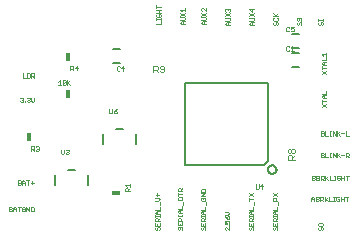
<source format=gto>
G75*
%MOIN*%
%OFA0B0*%
%FSLAX25Y25*%
%IPPOS*%
%LPD*%
%AMOC8*
5,1,8,0,0,1.08239X$1,22.5*
%
%ADD10C,0.00100*%
%ADD11R,0.01800X0.03000*%
%ADD12C,0.00600*%
%ADD13C,0.00200*%
%ADD14C,0.00800*%
%ADD15R,0.03000X0.01800*%
D10*
X0003183Y0011200D02*
X0003934Y0011200D01*
X0004184Y0011451D01*
X0004184Y0011701D01*
X0003934Y0011951D01*
X0003183Y0011951D01*
X0003183Y0011200D02*
X0003183Y0012702D01*
X0003934Y0012702D01*
X0004184Y0012451D01*
X0004184Y0012201D01*
X0003934Y0011951D01*
X0004657Y0011951D02*
X0005657Y0011951D01*
X0005657Y0012201D02*
X0005657Y0011200D01*
X0006630Y0011200D02*
X0006630Y0012702D01*
X0006130Y0012702D02*
X0007131Y0012702D01*
X0007603Y0012451D02*
X0007603Y0011451D01*
X0007853Y0011200D01*
X0008354Y0011200D01*
X0008604Y0011451D01*
X0008604Y0011951D01*
X0008103Y0011951D01*
X0007603Y0012451D02*
X0007853Y0012702D01*
X0008354Y0012702D01*
X0008604Y0012451D01*
X0009076Y0012702D02*
X0010077Y0011200D01*
X0010077Y0012702D01*
X0010550Y0012702D02*
X0011300Y0012702D01*
X0011550Y0012451D01*
X0011550Y0011451D01*
X0011300Y0011200D01*
X0010550Y0011200D01*
X0010550Y0012702D01*
X0009076Y0012702D02*
X0009076Y0011200D01*
X0005657Y0012201D02*
X0005157Y0012702D01*
X0004657Y0012201D01*
X0004657Y0011200D01*
X0006130Y0020000D02*
X0006880Y0020000D01*
X0007131Y0020251D01*
X0007131Y0020501D01*
X0006880Y0020751D01*
X0006130Y0020751D01*
X0006880Y0020751D02*
X0007131Y0021001D01*
X0007131Y0021251D01*
X0006880Y0021502D01*
X0006130Y0021502D01*
X0006130Y0020000D01*
X0007603Y0020000D02*
X0007603Y0021001D01*
X0008103Y0021502D01*
X0008604Y0021001D01*
X0008604Y0020000D01*
X0008604Y0020751D02*
X0007603Y0020751D01*
X0009076Y0021502D02*
X0010077Y0021502D01*
X0009577Y0021502D02*
X0009577Y0020000D01*
X0010550Y0020751D02*
X0011550Y0020751D01*
X0011050Y0021251D02*
X0011050Y0020251D01*
X0010727Y0031350D02*
X0010727Y0032851D01*
X0011478Y0032851D01*
X0011728Y0032601D01*
X0011728Y0032101D01*
X0011478Y0031850D01*
X0010727Y0031850D01*
X0011228Y0031850D02*
X0011728Y0031350D01*
X0012201Y0031600D02*
X0012451Y0031350D01*
X0012951Y0031350D01*
X0013202Y0031600D01*
X0013202Y0031850D01*
X0012951Y0032101D01*
X0012701Y0032101D01*
X0012951Y0032101D02*
X0013202Y0032351D01*
X0013202Y0032601D01*
X0012951Y0032851D01*
X0012451Y0032851D01*
X0012201Y0032601D01*
X0020674Y0031751D02*
X0020674Y0030500D01*
X0020924Y0030250D01*
X0021425Y0030250D01*
X0021675Y0030500D01*
X0021675Y0031751D01*
X0022147Y0031501D02*
X0022397Y0031751D01*
X0022898Y0031751D01*
X0023148Y0031501D01*
X0023148Y0031251D01*
X0022898Y0031001D01*
X0023148Y0030750D01*
X0023148Y0030500D01*
X0022898Y0030250D01*
X0022397Y0030250D01*
X0022147Y0030500D01*
X0022648Y0031001D02*
X0022898Y0031001D01*
X0036674Y0044100D02*
X0036924Y0043850D01*
X0037425Y0043850D01*
X0037675Y0044100D01*
X0037675Y0045351D01*
X0038147Y0044601D02*
X0038898Y0044601D01*
X0039148Y0044350D01*
X0039148Y0044100D01*
X0038898Y0043850D01*
X0038397Y0043850D01*
X0038147Y0044100D01*
X0038147Y0044601D01*
X0038648Y0045101D01*
X0039148Y0045351D01*
X0036674Y0045351D02*
X0036674Y0044100D01*
X0023621Y0053350D02*
X0022871Y0054101D01*
X0022621Y0053850D02*
X0023621Y0054851D01*
X0022621Y0054851D02*
X0022621Y0053350D01*
X0022148Y0053600D02*
X0021898Y0053350D01*
X0021397Y0053350D01*
X0021147Y0053600D01*
X0022148Y0054601D01*
X0022148Y0053600D01*
X0021147Y0053600D02*
X0021147Y0054601D01*
X0021397Y0054851D01*
X0021898Y0054851D01*
X0022148Y0054601D01*
X0020675Y0053350D02*
X0019674Y0053350D01*
X0020174Y0053350D02*
X0020174Y0054851D01*
X0019674Y0054351D01*
X0023727Y0058150D02*
X0023727Y0059651D01*
X0024478Y0059651D01*
X0024728Y0059401D01*
X0024728Y0058901D01*
X0024478Y0058650D01*
X0023727Y0058650D01*
X0024228Y0058650D02*
X0024728Y0058150D01*
X0025201Y0058901D02*
X0026202Y0058901D01*
X0025951Y0059651D02*
X0025201Y0058901D01*
X0025951Y0059651D02*
X0025951Y0058150D01*
X0039227Y0058350D02*
X0039478Y0058100D01*
X0039978Y0058100D01*
X0040228Y0058350D01*
X0040701Y0058851D02*
X0041702Y0058851D01*
X0041451Y0059601D02*
X0040701Y0058851D01*
X0040228Y0059351D02*
X0039978Y0059601D01*
X0039478Y0059601D01*
X0039227Y0059351D01*
X0039227Y0058350D01*
X0041451Y0058100D02*
X0041451Y0059601D01*
X0052423Y0073501D02*
X0053924Y0073501D01*
X0053924Y0074502D01*
X0053924Y0074974D02*
X0053924Y0075475D01*
X0053924Y0075225D02*
X0052423Y0075225D01*
X0052423Y0075475D02*
X0052423Y0074974D01*
X0052673Y0075957D02*
X0053674Y0075957D01*
X0053924Y0076207D01*
X0053924Y0076707D01*
X0053674Y0076957D01*
X0053174Y0076957D01*
X0053174Y0076457D01*
X0052673Y0075957D02*
X0052423Y0076207D01*
X0052423Y0076707D01*
X0052673Y0076957D01*
X0052423Y0077430D02*
X0053924Y0077430D01*
X0053174Y0077430D02*
X0053174Y0078431D01*
X0053924Y0078431D02*
X0052423Y0078431D01*
X0052423Y0078903D02*
X0052423Y0079904D01*
X0052423Y0079404D02*
X0053924Y0079404D01*
X0060423Y0078421D02*
X0061924Y0078421D01*
X0061924Y0077921D02*
X0061924Y0078922D01*
X0060924Y0077921D02*
X0060423Y0078421D01*
X0060423Y0077449D02*
X0061924Y0076448D01*
X0061674Y0075975D02*
X0060423Y0075975D01*
X0060423Y0076448D02*
X0061924Y0077449D01*
X0061674Y0075975D02*
X0061924Y0075725D01*
X0061924Y0075225D01*
X0061674Y0074974D01*
X0060423Y0074974D01*
X0060924Y0074502D02*
X0061924Y0074502D01*
X0061174Y0074502D02*
X0061174Y0073501D01*
X0060924Y0073501D02*
X0060423Y0074002D01*
X0060924Y0074502D01*
X0060924Y0073501D02*
X0061924Y0073501D01*
X0067423Y0074002D02*
X0067924Y0074502D01*
X0068924Y0074502D01*
X0068674Y0074974D02*
X0068924Y0075225D01*
X0068924Y0075725D01*
X0068674Y0075975D01*
X0067423Y0075975D01*
X0067423Y0076448D02*
X0068924Y0077449D01*
X0068924Y0077921D02*
X0067924Y0078922D01*
X0067673Y0078922D01*
X0067423Y0078672D01*
X0067423Y0078171D01*
X0067673Y0077921D01*
X0067423Y0077449D02*
X0068924Y0076448D01*
X0068924Y0077921D02*
X0068924Y0078922D01*
X0068674Y0074974D02*
X0067423Y0074974D01*
X0068174Y0074502D02*
X0068174Y0073501D01*
X0067924Y0073501D02*
X0067423Y0074002D01*
X0067924Y0073501D02*
X0068924Y0073501D01*
X0075423Y0073802D02*
X0075924Y0074302D01*
X0076924Y0074302D01*
X0076674Y0074774D02*
X0076924Y0075025D01*
X0076924Y0075525D01*
X0076674Y0075775D01*
X0075423Y0075775D01*
X0075423Y0076248D02*
X0076924Y0077249D01*
X0076674Y0077721D02*
X0076924Y0077971D01*
X0076924Y0078472D01*
X0076674Y0078722D01*
X0076424Y0078722D01*
X0076174Y0078472D01*
X0076174Y0078221D01*
X0076174Y0078472D02*
X0075924Y0078722D01*
X0075673Y0078722D01*
X0075423Y0078472D01*
X0075423Y0077971D01*
X0075673Y0077721D01*
X0075423Y0077249D02*
X0076924Y0076248D01*
X0076674Y0074774D02*
X0075423Y0074774D01*
X0076174Y0074302D02*
X0076174Y0073301D01*
X0075924Y0073301D02*
X0075423Y0073802D01*
X0075924Y0073301D02*
X0076924Y0073301D01*
X0083423Y0073802D02*
X0083924Y0074302D01*
X0084924Y0074302D01*
X0084674Y0074774D02*
X0084924Y0075025D01*
X0084924Y0075525D01*
X0084674Y0075775D01*
X0083423Y0075775D01*
X0083423Y0076248D02*
X0084924Y0077249D01*
X0084174Y0077721D02*
X0084174Y0078722D01*
X0084924Y0078472D02*
X0083423Y0078472D01*
X0084174Y0077721D01*
X0083423Y0077249D02*
X0084924Y0076248D01*
X0084674Y0074774D02*
X0083423Y0074774D01*
X0084174Y0074302D02*
X0084174Y0073301D01*
X0083924Y0073301D02*
X0083423Y0073802D01*
X0083924Y0073301D02*
X0084924Y0073301D01*
X0091423Y0073551D02*
X0091673Y0073301D01*
X0091924Y0073301D01*
X0092174Y0073551D01*
X0092174Y0074052D01*
X0092424Y0074302D01*
X0092674Y0074302D01*
X0092924Y0074052D01*
X0092924Y0073551D01*
X0092674Y0073301D01*
X0091423Y0073551D02*
X0091423Y0074052D01*
X0091673Y0074302D01*
X0091673Y0074774D02*
X0092674Y0074774D01*
X0092924Y0075025D01*
X0092924Y0075525D01*
X0092674Y0075775D01*
X0092424Y0076248D02*
X0091423Y0077249D01*
X0091423Y0076248D02*
X0092924Y0076248D01*
X0092174Y0076498D02*
X0092924Y0077249D01*
X0091673Y0075775D02*
X0091423Y0075525D01*
X0091423Y0075025D01*
X0091673Y0074774D01*
X0095774Y0072451D02*
X0095774Y0071450D01*
X0096024Y0071200D01*
X0096525Y0071200D01*
X0096775Y0071450D01*
X0097247Y0071450D02*
X0097497Y0071200D01*
X0097998Y0071200D01*
X0098248Y0071450D01*
X0098248Y0071951D01*
X0097998Y0072201D01*
X0097748Y0072201D01*
X0097247Y0071951D01*
X0097247Y0072701D01*
X0098248Y0072701D01*
X0099223Y0073551D02*
X0099473Y0073301D01*
X0099724Y0073301D01*
X0099974Y0073551D01*
X0099974Y0074052D01*
X0100224Y0074302D01*
X0100474Y0074302D01*
X0100724Y0074052D01*
X0100724Y0073551D01*
X0100474Y0073301D01*
X0099223Y0073551D02*
X0099223Y0074052D01*
X0099473Y0074302D01*
X0099473Y0074774D02*
X0099724Y0074774D01*
X0099974Y0075025D01*
X0099974Y0075525D01*
X0100224Y0075775D01*
X0100474Y0075775D01*
X0100724Y0075525D01*
X0100724Y0075025D01*
X0100474Y0074774D01*
X0099473Y0074774D02*
X0099223Y0075025D01*
X0099223Y0075525D01*
X0099473Y0075775D01*
X0096525Y0072701D02*
X0096024Y0072701D01*
X0095774Y0072451D01*
X0096525Y0072701D02*
X0096775Y0072451D01*
X0096525Y0066301D02*
X0096024Y0066301D01*
X0095774Y0066051D01*
X0095774Y0065050D01*
X0096024Y0064800D01*
X0096525Y0064800D01*
X0096775Y0065050D01*
X0097247Y0064800D02*
X0098248Y0064800D01*
X0097748Y0064800D02*
X0097748Y0066301D01*
X0097247Y0065801D01*
X0096775Y0066051D02*
X0096525Y0066301D01*
X0107623Y0063495D02*
X0109124Y0063495D01*
X0109124Y0063995D02*
X0109124Y0062994D01*
X0109124Y0062522D02*
X0109124Y0061521D01*
X0107623Y0061521D01*
X0108124Y0061049D02*
X0109124Y0061049D01*
X0108374Y0061049D02*
X0108374Y0060048D01*
X0108124Y0060048D02*
X0107623Y0060548D01*
X0108124Y0061049D01*
X0108124Y0060048D02*
X0109124Y0060048D01*
X0109124Y0059075D02*
X0107623Y0059075D01*
X0107623Y0059575D02*
X0107623Y0058574D01*
X0107623Y0058102D02*
X0109124Y0057101D01*
X0109124Y0058102D02*
X0107623Y0057101D01*
X0109124Y0051322D02*
X0109124Y0050321D01*
X0107623Y0050321D01*
X0108124Y0049849D02*
X0109124Y0049849D01*
X0108374Y0049849D02*
X0108374Y0048848D01*
X0108124Y0048848D02*
X0107623Y0049348D01*
X0108124Y0049849D01*
X0108124Y0048848D02*
X0109124Y0048848D01*
X0109124Y0047875D02*
X0107623Y0047875D01*
X0107623Y0048375D02*
X0107623Y0047374D01*
X0107623Y0046902D02*
X0109124Y0045901D01*
X0109124Y0046902D02*
X0107623Y0045901D01*
X0107952Y0037902D02*
X0108202Y0037651D01*
X0108202Y0037401D01*
X0107952Y0037151D01*
X0107201Y0037151D01*
X0107201Y0036400D02*
X0107952Y0036400D01*
X0108202Y0036651D01*
X0108202Y0036901D01*
X0107952Y0037151D01*
X0107952Y0037902D02*
X0107201Y0037902D01*
X0107201Y0036400D01*
X0108674Y0036400D02*
X0109675Y0036400D01*
X0110148Y0036400D02*
X0110648Y0036400D01*
X0110398Y0036400D02*
X0110398Y0037902D01*
X0110148Y0037902D02*
X0110648Y0037902D01*
X0111130Y0037902D02*
X0112131Y0036400D01*
X0112131Y0037902D01*
X0112603Y0037902D02*
X0112603Y0036400D01*
X0112603Y0036901D02*
X0113604Y0037902D01*
X0114076Y0037151D02*
X0115077Y0037151D01*
X0115550Y0036400D02*
X0116550Y0036400D01*
X0115550Y0036400D02*
X0115550Y0037902D01*
X0113604Y0036400D02*
X0112853Y0037151D01*
X0111130Y0036400D02*
X0111130Y0037902D01*
X0108674Y0037902D02*
X0108674Y0036400D01*
X0108674Y0030702D02*
X0108674Y0029200D01*
X0109675Y0029200D01*
X0110148Y0029200D02*
X0110648Y0029200D01*
X0110398Y0029200D02*
X0110398Y0030702D01*
X0110148Y0030702D02*
X0110648Y0030702D01*
X0111130Y0030702D02*
X0112131Y0029200D01*
X0112131Y0030702D01*
X0112603Y0030702D02*
X0112603Y0029200D01*
X0112603Y0029701D02*
X0113604Y0030702D01*
X0114076Y0029951D02*
X0115077Y0029951D01*
X0115550Y0029701D02*
X0116300Y0029701D01*
X0116550Y0029951D01*
X0116550Y0030451D01*
X0116300Y0030702D01*
X0115550Y0030702D01*
X0115550Y0029200D01*
X0116050Y0029701D02*
X0116550Y0029200D01*
X0113604Y0029200D02*
X0112853Y0029951D01*
X0111130Y0029200D02*
X0111130Y0030702D01*
X0108202Y0030451D02*
X0108202Y0030201D01*
X0107952Y0029951D01*
X0107201Y0029951D01*
X0107201Y0029200D02*
X0107952Y0029200D01*
X0108202Y0029451D01*
X0108202Y0029701D01*
X0107952Y0029951D01*
X0108202Y0030451D02*
X0107952Y0030702D01*
X0107201Y0030702D01*
X0107201Y0029200D01*
X0107201Y0023102D02*
X0107952Y0023102D01*
X0108202Y0022851D01*
X0108202Y0022351D01*
X0107952Y0022101D01*
X0107201Y0022101D01*
X0106729Y0022101D02*
X0106729Y0021851D01*
X0106478Y0021600D01*
X0105728Y0021600D01*
X0105728Y0023102D01*
X0106478Y0023102D01*
X0106729Y0022851D01*
X0106729Y0022601D01*
X0106478Y0022351D01*
X0105728Y0022351D01*
X0105255Y0022101D02*
X0105005Y0022351D01*
X0104255Y0022351D01*
X0105005Y0022351D02*
X0105255Y0022601D01*
X0105255Y0022851D01*
X0105005Y0023102D01*
X0104255Y0023102D01*
X0104255Y0021600D01*
X0105005Y0021600D01*
X0105255Y0021851D01*
X0105255Y0022101D01*
X0106478Y0022351D02*
X0106729Y0022101D01*
X0107201Y0021600D02*
X0107201Y0023102D01*
X0107702Y0022101D02*
X0108202Y0021600D01*
X0108674Y0021600D02*
X0108674Y0023102D01*
X0108925Y0022351D02*
X0109675Y0021600D01*
X0110148Y0021600D02*
X0110148Y0023102D01*
X0109675Y0023102D02*
X0108674Y0022101D01*
X0110148Y0021600D02*
X0111148Y0021600D01*
X0111621Y0021600D02*
X0112121Y0021600D01*
X0111871Y0021600D02*
X0111871Y0023102D01*
X0111621Y0023102D02*
X0112121Y0023102D01*
X0112603Y0022851D02*
X0112603Y0021851D01*
X0112853Y0021600D01*
X0113354Y0021600D01*
X0113604Y0021851D01*
X0113604Y0022351D01*
X0113103Y0022351D01*
X0112603Y0022851D02*
X0112853Y0023102D01*
X0113354Y0023102D01*
X0113604Y0022851D01*
X0114076Y0023102D02*
X0114076Y0021600D01*
X0114076Y0022351D02*
X0115077Y0022351D01*
X0115077Y0023102D02*
X0115077Y0021600D01*
X0116050Y0021600D02*
X0116050Y0023102D01*
X0115550Y0023102D02*
X0116550Y0023102D01*
X0116350Y0016102D02*
X0115350Y0016102D01*
X0114877Y0016102D02*
X0114877Y0014600D01*
X0114877Y0015351D02*
X0113876Y0015351D01*
X0113404Y0015351D02*
X0112903Y0015351D01*
X0113404Y0015351D02*
X0113404Y0014851D01*
X0113154Y0014600D01*
X0112653Y0014600D01*
X0112403Y0014851D01*
X0112403Y0015851D01*
X0112653Y0016102D01*
X0113154Y0016102D01*
X0113404Y0015851D01*
X0113876Y0016102D02*
X0113876Y0014600D01*
X0111921Y0014600D02*
X0111421Y0014600D01*
X0111671Y0014600D02*
X0111671Y0016102D01*
X0111421Y0016102D02*
X0111921Y0016102D01*
X0110948Y0014600D02*
X0109948Y0014600D01*
X0109948Y0016102D01*
X0109475Y0016102D02*
X0108474Y0015101D01*
X0108725Y0015351D02*
X0109475Y0014600D01*
X0108474Y0014600D02*
X0108474Y0016102D01*
X0108002Y0015851D02*
X0107752Y0016102D01*
X0107001Y0016102D01*
X0107001Y0014600D01*
X0107001Y0015101D02*
X0107752Y0015101D01*
X0108002Y0015351D01*
X0108002Y0015851D01*
X0107502Y0015101D02*
X0108002Y0014600D01*
X0106529Y0014851D02*
X0106278Y0014600D01*
X0105528Y0014600D01*
X0105528Y0016102D01*
X0106278Y0016102D01*
X0106529Y0015851D01*
X0106529Y0015601D01*
X0106278Y0015351D01*
X0105528Y0015351D01*
X0105055Y0015351D02*
X0104055Y0015351D01*
X0104055Y0015601D02*
X0104555Y0016102D01*
X0105055Y0015601D01*
X0105055Y0014600D01*
X0104055Y0014600D02*
X0104055Y0015601D01*
X0106278Y0015351D02*
X0106529Y0015101D01*
X0106529Y0014851D01*
X0106673Y0007375D02*
X0106423Y0007125D01*
X0106423Y0006625D01*
X0106673Y0006374D01*
X0107674Y0006374D01*
X0107924Y0006625D01*
X0107924Y0007125D01*
X0107674Y0007375D01*
X0106673Y0007375D01*
X0106673Y0005902D02*
X0106423Y0005652D01*
X0106423Y0005151D01*
X0106673Y0004901D01*
X0106924Y0004901D01*
X0107174Y0005151D01*
X0107174Y0005652D01*
X0107424Y0005902D01*
X0107674Y0005902D01*
X0107924Y0005652D01*
X0107924Y0005151D01*
X0107674Y0004901D01*
X0115850Y0014600D02*
X0115850Y0016102D01*
X0092975Y0014250D02*
X0092975Y0013250D01*
X0092724Y0012777D02*
X0092724Y0011776D01*
X0091223Y0011776D01*
X0091724Y0011304D02*
X0092724Y0011304D01*
X0091974Y0011304D02*
X0091974Y0010303D01*
X0091724Y0010303D02*
X0091223Y0010804D01*
X0091724Y0011304D01*
X0091724Y0010303D02*
X0092724Y0010303D01*
X0092724Y0009821D02*
X0092724Y0009321D01*
X0092724Y0009571D02*
X0091223Y0009571D01*
X0091223Y0009321D02*
X0091223Y0009821D01*
X0091473Y0008849D02*
X0091974Y0008849D01*
X0092224Y0008598D01*
X0092224Y0007848D01*
X0092224Y0008348D02*
X0092724Y0008849D01*
X0092724Y0007848D02*
X0091223Y0007848D01*
X0091223Y0008598D01*
X0091473Y0008849D01*
X0091223Y0007375D02*
X0091223Y0006374D01*
X0092724Y0006374D01*
X0092724Y0007375D01*
X0091974Y0006875D02*
X0091974Y0006374D01*
X0092224Y0005902D02*
X0092474Y0005902D01*
X0092724Y0005652D01*
X0092724Y0005151D01*
X0092474Y0004901D01*
X0091974Y0005151D02*
X0091974Y0005652D01*
X0092224Y0005902D01*
X0091473Y0005902D02*
X0091223Y0005652D01*
X0091223Y0005151D01*
X0091473Y0004901D01*
X0091724Y0004901D01*
X0091974Y0005151D01*
X0084724Y0005151D02*
X0084474Y0004901D01*
X0084724Y0005151D02*
X0084724Y0005652D01*
X0084474Y0005902D01*
X0084224Y0005902D01*
X0083974Y0005652D01*
X0083974Y0005151D01*
X0083724Y0004901D01*
X0083473Y0004901D01*
X0083223Y0005151D01*
X0083223Y0005652D01*
X0083473Y0005902D01*
X0083223Y0006374D02*
X0084724Y0006374D01*
X0084724Y0007375D01*
X0084724Y0007848D02*
X0083223Y0007848D01*
X0083223Y0008598D01*
X0083473Y0008849D01*
X0083974Y0008849D01*
X0084224Y0008598D01*
X0084224Y0007848D01*
X0084224Y0008348D02*
X0084724Y0008849D01*
X0084724Y0009321D02*
X0084724Y0009821D01*
X0084724Y0009571D02*
X0083223Y0009571D01*
X0083223Y0009321D02*
X0083223Y0009821D01*
X0083724Y0010303D02*
X0083223Y0010804D01*
X0083724Y0011304D01*
X0084724Y0011304D01*
X0084724Y0011776D02*
X0084724Y0012777D01*
X0084975Y0013250D02*
X0084975Y0014250D01*
X0084724Y0015223D02*
X0083223Y0015223D01*
X0083223Y0014723D02*
X0083223Y0015724D01*
X0083223Y0016196D02*
X0084724Y0017197D01*
X0084724Y0016196D02*
X0083223Y0017197D01*
X0085527Y0019000D02*
X0085778Y0018750D01*
X0086278Y0018750D01*
X0086528Y0019000D01*
X0086528Y0020251D01*
X0087001Y0019501D02*
X0088002Y0019501D01*
X0087751Y0020251D02*
X0087001Y0019501D01*
X0087751Y0020251D02*
X0087751Y0018750D01*
X0085527Y0019000D02*
X0085527Y0020251D01*
X0091223Y0017197D02*
X0092724Y0016196D01*
X0092724Y0015724D02*
X0092224Y0015223D01*
X0092224Y0015474D02*
X0092224Y0014723D01*
X0092724Y0014723D02*
X0091223Y0014723D01*
X0091223Y0015474D01*
X0091473Y0015724D01*
X0091974Y0015724D01*
X0092224Y0015474D01*
X0091223Y0016196D02*
X0092724Y0017197D01*
X0084724Y0011776D02*
X0083223Y0011776D01*
X0083974Y0011304D02*
X0083974Y0010303D01*
X0083724Y0010303D02*
X0084724Y0010303D01*
X0083223Y0007375D02*
X0083223Y0006374D01*
X0083974Y0006374D02*
X0083974Y0006875D01*
X0076724Y0006625D02*
X0076724Y0006374D01*
X0076474Y0006374D01*
X0076474Y0006625D01*
X0076724Y0006625D01*
X0076474Y0007111D02*
X0076724Y0007361D01*
X0076724Y0007862D01*
X0076474Y0008112D01*
X0075974Y0008112D01*
X0075724Y0007862D01*
X0075724Y0007611D01*
X0075974Y0007111D01*
X0075223Y0007111D01*
X0075223Y0008112D01*
X0075974Y0008584D02*
X0075974Y0009335D01*
X0076224Y0009585D01*
X0076474Y0009585D01*
X0076724Y0009335D01*
X0076724Y0008835D01*
X0076474Y0008584D01*
X0075974Y0008584D01*
X0075473Y0009085D01*
X0075223Y0009585D01*
X0075223Y0010058D02*
X0076224Y0010058D01*
X0076724Y0010558D01*
X0076224Y0011058D01*
X0075223Y0011058D01*
X0075473Y0005902D02*
X0075223Y0005652D01*
X0075223Y0005151D01*
X0075473Y0004901D01*
X0075473Y0005902D02*
X0075724Y0005902D01*
X0076724Y0004901D01*
X0076724Y0005902D01*
X0068724Y0005652D02*
X0068724Y0005151D01*
X0068474Y0004901D01*
X0067974Y0005151D02*
X0067974Y0005652D01*
X0068224Y0005902D01*
X0068474Y0005902D01*
X0068724Y0005652D01*
X0068724Y0006374D02*
X0068724Y0007375D01*
X0068724Y0007848D02*
X0067223Y0007848D01*
X0067223Y0008598D01*
X0067473Y0008849D01*
X0067974Y0008849D01*
X0068224Y0008598D01*
X0068224Y0007848D01*
X0068224Y0008348D02*
X0068724Y0008849D01*
X0068724Y0009321D02*
X0068724Y0009821D01*
X0068724Y0009571D02*
X0067223Y0009571D01*
X0067223Y0009321D02*
X0067223Y0009821D01*
X0067724Y0010303D02*
X0067223Y0010804D01*
X0067724Y0011304D01*
X0068724Y0011304D01*
X0068724Y0011776D02*
X0068724Y0012777D01*
X0068975Y0013250D02*
X0068975Y0014250D01*
X0068474Y0014723D02*
X0068724Y0014973D01*
X0068724Y0015474D01*
X0068474Y0015724D01*
X0067974Y0015724D01*
X0067974Y0015223D01*
X0067473Y0014723D02*
X0068474Y0014723D01*
X0067473Y0014723D02*
X0067223Y0014973D01*
X0067223Y0015474D01*
X0067473Y0015724D01*
X0067223Y0016196D02*
X0068724Y0017197D01*
X0067223Y0017197D01*
X0067223Y0017669D02*
X0067223Y0018420D01*
X0067473Y0018670D01*
X0068474Y0018670D01*
X0068724Y0018420D01*
X0068724Y0017669D01*
X0067223Y0017669D01*
X0067223Y0016196D02*
X0068724Y0016196D01*
X0068724Y0011776D02*
X0067223Y0011776D01*
X0067974Y0011304D02*
X0067974Y0010303D01*
X0067724Y0010303D02*
X0068724Y0010303D01*
X0067223Y0007375D02*
X0067223Y0006374D01*
X0068724Y0006374D01*
X0067974Y0006374D02*
X0067974Y0006875D01*
X0067473Y0005902D02*
X0067223Y0005652D01*
X0067223Y0005151D01*
X0067473Y0004901D01*
X0067724Y0004901D01*
X0067974Y0005151D01*
X0061124Y0005351D02*
X0060874Y0005101D01*
X0061124Y0005351D02*
X0061124Y0005852D01*
X0060874Y0006102D01*
X0060624Y0006102D01*
X0060374Y0005852D01*
X0060374Y0005351D01*
X0060124Y0005101D01*
X0059873Y0005101D01*
X0059623Y0005351D01*
X0059623Y0005852D01*
X0059873Y0006102D01*
X0059623Y0006574D02*
X0061124Y0006574D01*
X0061124Y0007575D01*
X0061124Y0008048D02*
X0059623Y0008048D01*
X0059623Y0008798D01*
X0059873Y0009049D01*
X0060374Y0009049D01*
X0060624Y0008798D01*
X0060624Y0008048D01*
X0060624Y0008548D02*
X0061124Y0009049D01*
X0061124Y0009521D02*
X0061124Y0010021D01*
X0061124Y0009771D02*
X0059623Y0009771D01*
X0059623Y0009521D02*
X0059623Y0010021D01*
X0060124Y0010503D02*
X0059623Y0011004D01*
X0060124Y0011504D01*
X0061124Y0011504D01*
X0061124Y0011976D02*
X0061124Y0012977D01*
X0061375Y0013450D02*
X0061375Y0014450D01*
X0061124Y0014923D02*
X0061124Y0015674D01*
X0060874Y0015924D01*
X0059873Y0015924D01*
X0059623Y0015674D01*
X0059623Y0014923D01*
X0061124Y0014923D01*
X0061124Y0016897D02*
X0059623Y0016897D01*
X0059623Y0017397D02*
X0059623Y0016396D01*
X0059623Y0017869D02*
X0059623Y0018620D01*
X0059873Y0018870D01*
X0060374Y0018870D01*
X0060624Y0018620D01*
X0060624Y0017869D01*
X0061124Y0017869D02*
X0059623Y0017869D01*
X0060624Y0018370D02*
X0061124Y0018870D01*
X0061124Y0011976D02*
X0059623Y0011976D01*
X0060374Y0011504D02*
X0060374Y0010503D01*
X0060124Y0010503D02*
X0061124Y0010503D01*
X0059623Y0007575D02*
X0059623Y0006574D01*
X0060374Y0006574D02*
X0060374Y0007075D01*
X0053524Y0007375D02*
X0053524Y0006374D01*
X0052023Y0006374D01*
X0052023Y0007375D01*
X0052023Y0007848D02*
X0052023Y0008598D01*
X0052273Y0008849D01*
X0052774Y0008849D01*
X0053024Y0008598D01*
X0053024Y0007848D01*
X0053024Y0008348D02*
X0053524Y0008849D01*
X0053524Y0009321D02*
X0053524Y0009821D01*
X0053524Y0009571D02*
X0052023Y0009571D01*
X0052023Y0009321D02*
X0052023Y0009821D01*
X0052524Y0010303D02*
X0052023Y0010804D01*
X0052524Y0011304D01*
X0053524Y0011304D01*
X0053524Y0011776D02*
X0053524Y0012777D01*
X0053775Y0013250D02*
X0053775Y0014250D01*
X0053024Y0014723D02*
X0053524Y0015223D01*
X0053024Y0015724D01*
X0052023Y0015724D01*
X0052774Y0016196D02*
X0052774Y0017197D01*
X0052273Y0016697D02*
X0053274Y0016697D01*
X0053024Y0014723D02*
X0052023Y0014723D01*
X0052023Y0011776D02*
X0053524Y0011776D01*
X0052774Y0011304D02*
X0052774Y0010303D01*
X0052524Y0010303D02*
X0053524Y0010303D01*
X0053524Y0007848D02*
X0052023Y0007848D01*
X0052774Y0006875D02*
X0052774Y0006374D01*
X0053024Y0005902D02*
X0053274Y0005902D01*
X0053524Y0005652D01*
X0053524Y0005151D01*
X0053274Y0004901D01*
X0052774Y0005151D02*
X0052774Y0005652D01*
X0053024Y0005902D01*
X0052273Y0005902D02*
X0052023Y0005652D01*
X0052023Y0005151D01*
X0052273Y0004901D01*
X0052524Y0004901D01*
X0052774Y0005151D01*
X0043474Y0017903D02*
X0041973Y0017903D01*
X0041973Y0018654D01*
X0042223Y0018904D01*
X0042723Y0018904D01*
X0042974Y0018654D01*
X0042974Y0017903D01*
X0042974Y0018404D02*
X0043474Y0018904D01*
X0043474Y0019377D02*
X0043474Y0020378D01*
X0043474Y0019877D02*
X0041973Y0019877D01*
X0042473Y0019377D01*
X0011750Y0048101D02*
X0011250Y0047600D01*
X0010750Y0048101D01*
X0010750Y0049102D01*
X0010277Y0048851D02*
X0010277Y0048601D01*
X0010027Y0048351D01*
X0010277Y0048101D01*
X0010277Y0047851D01*
X0010027Y0047600D01*
X0009527Y0047600D01*
X0009276Y0047851D01*
X0008790Y0047851D02*
X0008790Y0047600D01*
X0008540Y0047600D01*
X0008540Y0047851D01*
X0008790Y0047851D01*
X0008067Y0047851D02*
X0007817Y0047600D01*
X0007317Y0047600D01*
X0007066Y0047851D01*
X0007567Y0048351D02*
X0007817Y0048351D01*
X0008067Y0048101D01*
X0008067Y0047851D01*
X0007817Y0048351D02*
X0008067Y0048601D01*
X0008067Y0048851D01*
X0007817Y0049102D01*
X0007317Y0049102D01*
X0007066Y0048851D01*
X0009276Y0048851D02*
X0009527Y0049102D01*
X0010027Y0049102D01*
X0010277Y0048851D01*
X0010027Y0048351D02*
X0009777Y0048351D01*
X0011750Y0048101D02*
X0011750Y0049102D01*
X0011750Y0055800D02*
X0011250Y0056301D01*
X0011500Y0056301D02*
X0010750Y0056301D01*
X0010750Y0055800D02*
X0010750Y0057302D01*
X0011500Y0057302D01*
X0011750Y0057051D01*
X0011750Y0056551D01*
X0011500Y0056301D01*
X0010277Y0056051D02*
X0010277Y0057051D01*
X0010027Y0057302D01*
X0009276Y0057302D01*
X0009276Y0055800D01*
X0010027Y0055800D01*
X0010277Y0056051D01*
X0008804Y0055800D02*
X0007803Y0055800D01*
X0007803Y0057302D01*
X0106423Y0073551D02*
X0106673Y0073301D01*
X0106924Y0073301D01*
X0107174Y0073551D01*
X0107174Y0074052D01*
X0107424Y0074302D01*
X0107674Y0074302D01*
X0107924Y0074052D01*
X0107924Y0073551D01*
X0107674Y0073301D01*
X0106423Y0073551D02*
X0106423Y0074052D01*
X0106673Y0074302D01*
X0106423Y0074774D02*
X0106423Y0075275D01*
X0106423Y0075025D02*
X0107924Y0075025D01*
X0107924Y0075275D02*
X0107924Y0074774D01*
X0107623Y0063495D02*
X0108124Y0062994D01*
D11*
X0023124Y0062700D03*
X0023124Y0050300D03*
X0010124Y0035900D03*
D12*
X0037943Y0060538D02*
X0040305Y0060538D01*
X0040305Y0065262D02*
X0037943Y0065262D01*
X0062125Y0054099D02*
X0089723Y0054099D01*
X0089723Y0027898D01*
X0088326Y0026501D01*
X0062125Y0026501D01*
X0062125Y0054099D01*
X0097543Y0059138D02*
X0099905Y0059138D01*
X0099905Y0063862D02*
X0097543Y0063862D01*
X0097543Y0065538D02*
X0099905Y0065538D01*
X0099905Y0070262D02*
X0097543Y0070262D01*
X0089641Y0025169D02*
X0089643Y0025244D01*
X0089649Y0025318D01*
X0089659Y0025392D01*
X0089672Y0025465D01*
X0089690Y0025538D01*
X0089711Y0025609D01*
X0089736Y0025680D01*
X0089765Y0025749D01*
X0089798Y0025816D01*
X0089834Y0025881D01*
X0089873Y0025945D01*
X0089915Y0026006D01*
X0089961Y0026065D01*
X0090010Y0026122D01*
X0090062Y0026175D01*
X0090116Y0026226D01*
X0090173Y0026275D01*
X0090233Y0026319D01*
X0090295Y0026361D01*
X0090359Y0026400D01*
X0090425Y0026435D01*
X0090492Y0026466D01*
X0090562Y0026494D01*
X0090632Y0026518D01*
X0090704Y0026539D01*
X0090777Y0026555D01*
X0090850Y0026568D01*
X0090925Y0026577D01*
X0090999Y0026582D01*
X0091074Y0026583D01*
X0091148Y0026580D01*
X0091223Y0026573D01*
X0091296Y0026562D01*
X0091370Y0026548D01*
X0091442Y0026529D01*
X0091513Y0026507D01*
X0091583Y0026481D01*
X0091652Y0026451D01*
X0091718Y0026418D01*
X0091783Y0026381D01*
X0091846Y0026341D01*
X0091907Y0026297D01*
X0091965Y0026251D01*
X0092021Y0026201D01*
X0092074Y0026149D01*
X0092125Y0026094D01*
X0092172Y0026036D01*
X0092216Y0025976D01*
X0092257Y0025913D01*
X0092295Y0025849D01*
X0092329Y0025783D01*
X0092360Y0025714D01*
X0092387Y0025645D01*
X0092410Y0025574D01*
X0092429Y0025502D01*
X0092445Y0025429D01*
X0092457Y0025355D01*
X0092465Y0025281D01*
X0092469Y0025206D01*
X0092469Y0025132D01*
X0092465Y0025057D01*
X0092457Y0024983D01*
X0092445Y0024909D01*
X0092429Y0024836D01*
X0092410Y0024764D01*
X0092387Y0024693D01*
X0092360Y0024624D01*
X0092329Y0024555D01*
X0092295Y0024489D01*
X0092257Y0024425D01*
X0092216Y0024362D01*
X0092172Y0024302D01*
X0092125Y0024244D01*
X0092074Y0024189D01*
X0092021Y0024137D01*
X0091965Y0024087D01*
X0091907Y0024041D01*
X0091846Y0023997D01*
X0091783Y0023957D01*
X0091718Y0023920D01*
X0091652Y0023887D01*
X0091583Y0023857D01*
X0091513Y0023831D01*
X0091442Y0023809D01*
X0091370Y0023790D01*
X0091296Y0023776D01*
X0091223Y0023765D01*
X0091148Y0023758D01*
X0091074Y0023755D01*
X0090999Y0023756D01*
X0090925Y0023761D01*
X0090850Y0023770D01*
X0090777Y0023783D01*
X0090704Y0023799D01*
X0090632Y0023820D01*
X0090562Y0023844D01*
X0090492Y0023872D01*
X0090425Y0023903D01*
X0090359Y0023938D01*
X0090295Y0023977D01*
X0090233Y0024019D01*
X0090173Y0024063D01*
X0090116Y0024112D01*
X0090062Y0024163D01*
X0090010Y0024216D01*
X0089961Y0024273D01*
X0089915Y0024332D01*
X0089873Y0024393D01*
X0089834Y0024457D01*
X0089798Y0024522D01*
X0089765Y0024589D01*
X0089736Y0024658D01*
X0089711Y0024729D01*
X0089690Y0024800D01*
X0089672Y0024873D01*
X0089659Y0024946D01*
X0089649Y0025020D01*
X0089643Y0025094D01*
X0089641Y0025169D01*
D13*
X0096322Y0028380D02*
X0096322Y0029481D01*
X0096689Y0029848D01*
X0097423Y0029848D01*
X0097790Y0029481D01*
X0097790Y0028380D01*
X0098524Y0028380D02*
X0096322Y0028380D01*
X0097790Y0029114D02*
X0098524Y0029848D01*
X0098157Y0030590D02*
X0097790Y0030590D01*
X0097423Y0030957D01*
X0097423Y0031691D01*
X0097790Y0032058D01*
X0098157Y0032058D01*
X0098524Y0031691D01*
X0098524Y0030957D01*
X0098157Y0030590D01*
X0097423Y0030957D02*
X0097056Y0030590D01*
X0096689Y0030590D01*
X0096322Y0030957D01*
X0096322Y0031691D01*
X0096689Y0032058D01*
X0097056Y0032058D01*
X0097423Y0031691D01*
X0055102Y0057867D02*
X0055102Y0059335D01*
X0054735Y0059702D01*
X0054001Y0059702D01*
X0053634Y0059335D01*
X0053634Y0058968D01*
X0054001Y0058601D01*
X0055102Y0058601D01*
X0055102Y0057867D02*
X0054735Y0057500D01*
X0054001Y0057500D01*
X0053634Y0057867D01*
X0052892Y0057500D02*
X0052158Y0058234D01*
X0052525Y0058234D02*
X0051424Y0058234D01*
X0051424Y0057500D02*
X0051424Y0059702D01*
X0052525Y0059702D01*
X0052892Y0059335D01*
X0052892Y0058601D01*
X0052525Y0058234D01*
D14*
X0041181Y0038491D02*
X0039067Y0038491D01*
X0034524Y0036991D02*
X0034524Y0033609D01*
X0045724Y0033609D02*
X0045724Y0036991D01*
X0029724Y0023391D02*
X0029724Y0020009D01*
X0025181Y0024891D02*
X0023067Y0024891D01*
X0018524Y0023391D02*
X0018524Y0020009D01*
D15*
X0038924Y0017300D03*
M02*

</source>
